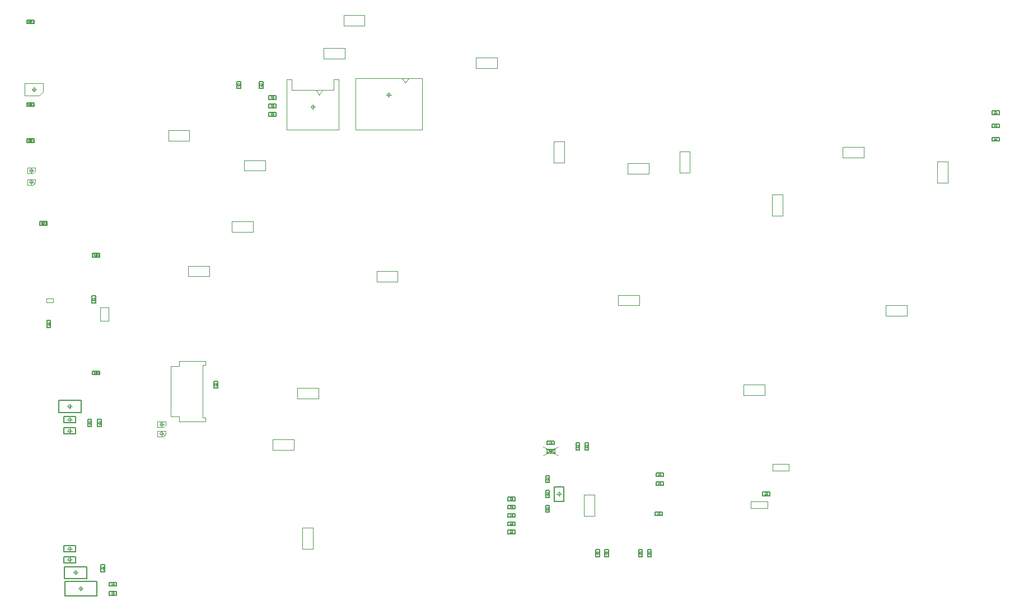
<source format=gbr>
%TF.GenerationSoftware,KiCad,Pcbnew,9.0.2*%
%TF.CreationDate,2025-05-17T09:42:04-04:00*%
%TF.ProjectId,mainBoard,6d61696e-426f-4617-9264-2e6b69636164,01*%
%TF.SameCoordinates,PX42c1d80PY2faf080*%
%TF.FileFunction,AssemblyDrawing,Bot*%
%FSLAX46Y46*%
G04 Gerber Fmt 4.6, Leading zero omitted, Abs format (unit mm)*
G04 Created by KiCad (PCBNEW 9.0.2) date 2025-05-17 09:42:04*
%MOMM*%
%LPD*%
G01*
G04 APERTURE LIST*
%ADD10C,0.050000*%
%ADD11C,0.150000*%
%ADD12C,0.100000*%
%ADD13C,0.120000*%
G04 APERTURE END LIST*
D10*
X13273809Y-60628709D02*
X13226190Y-60628709D01*
X13226190Y-60628709D02*
X13178571Y-60652519D01*
X13178571Y-60652519D02*
X13154761Y-60676328D01*
X13154761Y-60676328D02*
X13130952Y-60723947D01*
X13130952Y-60723947D02*
X13107142Y-60819185D01*
X13107142Y-60819185D02*
X13107142Y-60938233D01*
X13107142Y-60938233D02*
X13130952Y-61033471D01*
X13130952Y-61033471D02*
X13154761Y-61081090D01*
X13154761Y-61081090D02*
X13178571Y-61104900D01*
X13178571Y-61104900D02*
X13226190Y-61128709D01*
X13226190Y-61128709D02*
X13273809Y-61128709D01*
X13273809Y-61128709D02*
X13321428Y-61104900D01*
X13321428Y-61104900D02*
X13345237Y-61081090D01*
X13345237Y-61081090D02*
X13369047Y-61033471D01*
X13369047Y-61033471D02*
X13392856Y-60938233D01*
X13392856Y-60938233D02*
X13392856Y-60819185D01*
X13392856Y-60819185D02*
X13369047Y-60723947D01*
X13369047Y-60723947D02*
X13345237Y-60676328D01*
X13345237Y-60676328D02*
X13321428Y-60652519D01*
X13321428Y-60652519D02*
X13273809Y-60628709D01*
X12607143Y-61128709D02*
X12773809Y-60890614D01*
X12892857Y-61128709D02*
X12892857Y-60628709D01*
X12892857Y-60628709D02*
X12702381Y-60628709D01*
X12702381Y-60628709D02*
X12654762Y-60652519D01*
X12654762Y-60652519D02*
X12630952Y-60676328D01*
X12630952Y-60676328D02*
X12607143Y-60723947D01*
X12607143Y-60723947D02*
X12607143Y-60795376D01*
X12607143Y-60795376D02*
X12630952Y-60842995D01*
X12630952Y-60842995D02*
X12654762Y-60866804D01*
X12654762Y-60866804D02*
X12702381Y-60890614D01*
X12702381Y-60890614D02*
X12892857Y-60890614D01*
X3298809Y-7478709D02*
X3251190Y-7478709D01*
X3251190Y-7478709D02*
X3203571Y-7502519D01*
X3203571Y-7502519D02*
X3179761Y-7526328D01*
X3179761Y-7526328D02*
X3155952Y-7573947D01*
X3155952Y-7573947D02*
X3132142Y-7669185D01*
X3132142Y-7669185D02*
X3132142Y-7788233D01*
X3132142Y-7788233D02*
X3155952Y-7883471D01*
X3155952Y-7883471D02*
X3179761Y-7931090D01*
X3179761Y-7931090D02*
X3203571Y-7954900D01*
X3203571Y-7954900D02*
X3251190Y-7978709D01*
X3251190Y-7978709D02*
X3298809Y-7978709D01*
X3298809Y-7978709D02*
X3346428Y-7954900D01*
X3346428Y-7954900D02*
X3370237Y-7931090D01*
X3370237Y-7931090D02*
X3394047Y-7883471D01*
X3394047Y-7883471D02*
X3417856Y-7788233D01*
X3417856Y-7788233D02*
X3417856Y-7669185D01*
X3417856Y-7669185D02*
X3394047Y-7573947D01*
X3394047Y-7573947D02*
X3370237Y-7526328D01*
X3370237Y-7526328D02*
X3346428Y-7502519D01*
X3346428Y-7502519D02*
X3298809Y-7478709D01*
X2632143Y-7978709D02*
X2798809Y-7740614D01*
X2917857Y-7978709D02*
X2917857Y-7478709D01*
X2917857Y-7478709D02*
X2727381Y-7478709D01*
X2727381Y-7478709D02*
X2679762Y-7502519D01*
X2679762Y-7502519D02*
X2655952Y-7526328D01*
X2655952Y-7526328D02*
X2632143Y-7573947D01*
X2632143Y-7573947D02*
X2632143Y-7645376D01*
X2632143Y-7645376D02*
X2655952Y-7692995D01*
X2655952Y-7692995D02*
X2679762Y-7716804D01*
X2679762Y-7716804D02*
X2727381Y-7740614D01*
X2727381Y-7740614D02*
X2917857Y-7740614D01*
X3298809Y-19978709D02*
X3251190Y-19978709D01*
X3251190Y-19978709D02*
X3203571Y-20002519D01*
X3203571Y-20002519D02*
X3179761Y-20026328D01*
X3179761Y-20026328D02*
X3155952Y-20073947D01*
X3155952Y-20073947D02*
X3132142Y-20169185D01*
X3132142Y-20169185D02*
X3132142Y-20288233D01*
X3132142Y-20288233D02*
X3155952Y-20383471D01*
X3155952Y-20383471D02*
X3179761Y-20431090D01*
X3179761Y-20431090D02*
X3203571Y-20454900D01*
X3203571Y-20454900D02*
X3251190Y-20478709D01*
X3251190Y-20478709D02*
X3298809Y-20478709D01*
X3298809Y-20478709D02*
X3346428Y-20454900D01*
X3346428Y-20454900D02*
X3370237Y-20431090D01*
X3370237Y-20431090D02*
X3394047Y-20383471D01*
X3394047Y-20383471D02*
X3417856Y-20288233D01*
X3417856Y-20288233D02*
X3417856Y-20169185D01*
X3417856Y-20169185D02*
X3394047Y-20073947D01*
X3394047Y-20073947D02*
X3370237Y-20026328D01*
X3370237Y-20026328D02*
X3346428Y-20002519D01*
X3346428Y-20002519D02*
X3298809Y-19978709D01*
X2632143Y-20478709D02*
X2798809Y-20240614D01*
X2917857Y-20478709D02*
X2917857Y-19978709D01*
X2917857Y-19978709D02*
X2727381Y-19978709D01*
X2727381Y-19978709D02*
X2679762Y-20002519D01*
X2679762Y-20002519D02*
X2655952Y-20026328D01*
X2655952Y-20026328D02*
X2632143Y-20073947D01*
X2632143Y-20073947D02*
X2632143Y-20145376D01*
X2632143Y-20145376D02*
X2655952Y-20192995D01*
X2655952Y-20192995D02*
X2679762Y-20216804D01*
X2679762Y-20216804D02*
X2727381Y-20240614D01*
X2727381Y-20240614D02*
X2917857Y-20240614D01*
X3298809Y-25478709D02*
X3251190Y-25478709D01*
X3251190Y-25478709D02*
X3203571Y-25502519D01*
X3203571Y-25502519D02*
X3179761Y-25526328D01*
X3179761Y-25526328D02*
X3155952Y-25573947D01*
X3155952Y-25573947D02*
X3132142Y-25669185D01*
X3132142Y-25669185D02*
X3132142Y-25788233D01*
X3132142Y-25788233D02*
X3155952Y-25883471D01*
X3155952Y-25883471D02*
X3179761Y-25931090D01*
X3179761Y-25931090D02*
X3203571Y-25954900D01*
X3203571Y-25954900D02*
X3251190Y-25978709D01*
X3251190Y-25978709D02*
X3298809Y-25978709D01*
X3298809Y-25978709D02*
X3346428Y-25954900D01*
X3346428Y-25954900D02*
X3370237Y-25931090D01*
X3370237Y-25931090D02*
X3394047Y-25883471D01*
X3394047Y-25883471D02*
X3417856Y-25788233D01*
X3417856Y-25788233D02*
X3417856Y-25669185D01*
X3417856Y-25669185D02*
X3394047Y-25573947D01*
X3394047Y-25573947D02*
X3370237Y-25526328D01*
X3370237Y-25526328D02*
X3346428Y-25502519D01*
X3346428Y-25502519D02*
X3298809Y-25478709D01*
X2632143Y-25978709D02*
X2798809Y-25740614D01*
X2917857Y-25978709D02*
X2917857Y-25478709D01*
X2917857Y-25478709D02*
X2727381Y-25478709D01*
X2727381Y-25478709D02*
X2679762Y-25502519D01*
X2679762Y-25502519D02*
X2655952Y-25526328D01*
X2655952Y-25526328D02*
X2632143Y-25573947D01*
X2632143Y-25573947D02*
X2632143Y-25645376D01*
X2632143Y-25645376D02*
X2655952Y-25692995D01*
X2655952Y-25692995D02*
X2679762Y-25716804D01*
X2679762Y-25716804D02*
X2727381Y-25740614D01*
X2727381Y-25740614D02*
X2917857Y-25740614D01*
X13273809Y-42828709D02*
X13226190Y-42828709D01*
X13226190Y-42828709D02*
X13178571Y-42852519D01*
X13178571Y-42852519D02*
X13154761Y-42876328D01*
X13154761Y-42876328D02*
X13130952Y-42923947D01*
X13130952Y-42923947D02*
X13107142Y-43019185D01*
X13107142Y-43019185D02*
X13107142Y-43138233D01*
X13107142Y-43138233D02*
X13130952Y-43233471D01*
X13130952Y-43233471D02*
X13154761Y-43281090D01*
X13154761Y-43281090D02*
X13178571Y-43304900D01*
X13178571Y-43304900D02*
X13226190Y-43328709D01*
X13226190Y-43328709D02*
X13273809Y-43328709D01*
X13273809Y-43328709D02*
X13321428Y-43304900D01*
X13321428Y-43304900D02*
X13345237Y-43281090D01*
X13345237Y-43281090D02*
X13369047Y-43233471D01*
X13369047Y-43233471D02*
X13392856Y-43138233D01*
X13392856Y-43138233D02*
X13392856Y-43019185D01*
X13392856Y-43019185D02*
X13369047Y-42923947D01*
X13369047Y-42923947D02*
X13345237Y-42876328D01*
X13345237Y-42876328D02*
X13321428Y-42852519D01*
X13321428Y-42852519D02*
X13273809Y-42828709D01*
X12607143Y-43328709D02*
X12773809Y-43090614D01*
X12892857Y-43328709D02*
X12892857Y-42828709D01*
X12892857Y-42828709D02*
X12702381Y-42828709D01*
X12702381Y-42828709D02*
X12654762Y-42852519D01*
X12654762Y-42852519D02*
X12630952Y-42876328D01*
X12630952Y-42876328D02*
X12607143Y-42923947D01*
X12607143Y-42923947D02*
X12607143Y-42995376D01*
X12607143Y-42995376D02*
X12630952Y-43042995D01*
X12630952Y-43042995D02*
X12654762Y-43066804D01*
X12654762Y-43066804D02*
X12702381Y-43090614D01*
X12702381Y-43090614D02*
X12892857Y-43090614D01*
X5273809Y-37978709D02*
X5226190Y-37978709D01*
X5226190Y-37978709D02*
X5178571Y-38002519D01*
X5178571Y-38002519D02*
X5154761Y-38026328D01*
X5154761Y-38026328D02*
X5130952Y-38073947D01*
X5130952Y-38073947D02*
X5107142Y-38169185D01*
X5107142Y-38169185D02*
X5107142Y-38288233D01*
X5107142Y-38288233D02*
X5130952Y-38383471D01*
X5130952Y-38383471D02*
X5154761Y-38431090D01*
X5154761Y-38431090D02*
X5178571Y-38454900D01*
X5178571Y-38454900D02*
X5226190Y-38478709D01*
X5226190Y-38478709D02*
X5273809Y-38478709D01*
X5273809Y-38478709D02*
X5321428Y-38454900D01*
X5321428Y-38454900D02*
X5345237Y-38431090D01*
X5345237Y-38431090D02*
X5369047Y-38383471D01*
X5369047Y-38383471D02*
X5392856Y-38288233D01*
X5392856Y-38288233D02*
X5392856Y-38169185D01*
X5392856Y-38169185D02*
X5369047Y-38073947D01*
X5369047Y-38073947D02*
X5345237Y-38026328D01*
X5345237Y-38026328D02*
X5321428Y-38002519D01*
X5321428Y-38002519D02*
X5273809Y-37978709D01*
X4607143Y-38478709D02*
X4773809Y-38240614D01*
X4892857Y-38478709D02*
X4892857Y-37978709D01*
X4892857Y-37978709D02*
X4702381Y-37978709D01*
X4702381Y-37978709D02*
X4654762Y-38002519D01*
X4654762Y-38002519D02*
X4630952Y-38026328D01*
X4630952Y-38026328D02*
X4607143Y-38073947D01*
X4607143Y-38073947D02*
X4607143Y-38145376D01*
X4607143Y-38145376D02*
X4630952Y-38192995D01*
X4630952Y-38192995D02*
X4654762Y-38216804D01*
X4654762Y-38216804D02*
X4702381Y-38240614D01*
X4702381Y-38240614D02*
X4892857Y-38240614D01*
D11*
%TO.C,R1*%
X97650000Y-76050000D02*
X97650000Y-76600000D01*
X97650000Y-76600000D02*
X98750000Y-76600000D01*
D10*
X98200000Y-76603000D02*
X98200000Y-76047000D01*
X98478000Y-76325000D02*
X97922000Y-76325000D01*
D11*
X98750000Y-76050000D02*
X97650000Y-76050000D01*
X98750000Y-76600000D02*
X98750000Y-76050000D01*
D10*
X98408000Y-76325000D02*
G75*
G02*
X97992000Y-76325000I-208000J0D01*
G01*
X97992000Y-76325000D02*
G75*
G02*
X98408000Y-76325000I208000J0D01*
G01*
D11*
%TO.C,R57*%
X148450000Y-21225000D02*
X148450000Y-21775000D01*
X148450000Y-21775000D02*
X149550000Y-21775000D01*
D10*
X148722000Y-21500000D02*
X149278000Y-21500000D01*
X149000000Y-21222000D02*
X149000000Y-21778000D01*
D11*
X149550000Y-21225000D02*
X148450000Y-21225000D01*
X149550000Y-21775000D02*
X149550000Y-21225000D01*
D10*
X149208000Y-21500000D02*
G75*
G02*
X148792000Y-21500000I-208000J0D01*
G01*
X148792000Y-21500000D02*
G75*
G02*
X149208000Y-21500000I208000J0D01*
G01*
%TO.C,TP60*%
D12*
X30100000Y-44700000D02*
X26900000Y-44700000D01*
X26900000Y-46300000D01*
X30100000Y-46300000D01*
X30100000Y-44700000D01*
D10*
%TO.C,R8*%
X89897000Y-88200000D02*
X90453000Y-88200000D01*
D11*
X89900000Y-87650000D02*
X89900000Y-88750000D01*
X89900000Y-88750000D02*
X90450000Y-88750000D01*
D10*
X90175000Y-88478000D02*
X90175000Y-87922000D01*
D11*
X90450000Y-87650000D02*
X89900000Y-87650000D01*
X90450000Y-88750000D02*
X90450000Y-87650000D01*
D10*
X90383000Y-88200000D02*
G75*
G02*
X89967000Y-88200000I-208000J0D01*
G01*
X89967000Y-88200000D02*
G75*
G02*
X90383000Y-88200000I208000J0D01*
G01*
%TO.C,C58*%
X10325000Y-93600000D02*
X11025000Y-93600000D01*
X10675000Y-93250000D02*
X10675000Y-93950000D01*
D11*
X13075000Y-92500000D02*
X8275000Y-92500000D01*
X8275000Y-94700000D01*
X13075000Y-94700000D01*
X13075000Y-92500000D01*
D10*
X10925000Y-93600000D02*
G75*
G02*
X10425000Y-93600000I-250000J0D01*
G01*
X10425000Y-93600000D02*
G75*
G02*
X10925000Y-93600000I250000J0D01*
G01*
D11*
%TO.C,R52*%
X13225000Y-67950000D02*
X13225000Y-69050000D01*
X13225000Y-69050000D02*
X13775000Y-69050000D01*
D10*
X13500000Y-68222000D02*
X13500000Y-68778000D01*
D11*
X13775000Y-67950000D02*
X13225000Y-67950000D01*
X13775000Y-69050000D02*
X13775000Y-67950000D01*
D10*
X13778000Y-68500000D02*
X13222000Y-68500000D01*
X13708000Y-68500000D02*
G75*
G02*
X13292000Y-68500000I-208000J0D01*
G01*
X13292000Y-68500000D02*
G75*
G02*
X13708000Y-68500000I208000J0D01*
G01*
%TO.C,R4*%
X96397000Y-88200000D02*
X96953000Y-88200000D01*
D11*
X96400000Y-87650000D02*
X96400000Y-88750000D01*
X96400000Y-88750000D02*
X96950000Y-88750000D01*
D10*
X96675000Y-88478000D02*
X96675000Y-87922000D01*
D11*
X96950000Y-87650000D02*
X96400000Y-87650000D01*
X96950000Y-88750000D02*
X96950000Y-87650000D01*
D10*
X96883000Y-88200000D02*
G75*
G02*
X96467000Y-88200000I-208000J0D01*
G01*
X96467000Y-88200000D02*
G75*
G02*
X96883000Y-88200000I208000J0D01*
G01*
D11*
%TO.C,C52*%
X8125000Y-67525000D02*
X8125000Y-68475000D01*
X8125000Y-68475000D02*
X9875000Y-68475000D01*
D10*
X9000000Y-68350000D02*
X9000000Y-67650000D01*
X9350000Y-68000000D02*
X8650000Y-68000000D01*
D11*
X9875000Y-67525000D02*
X8125000Y-67525000D01*
X9875000Y-68475000D02*
X9875000Y-67525000D01*
D10*
X9250000Y-68000000D02*
G75*
G02*
X8750000Y-68000000I-250000J0D01*
G01*
X8750000Y-68000000D02*
G75*
G02*
X9250000Y-68000000I250000J0D01*
G01*
D11*
%TO.C,R31*%
X12450000Y-60625000D02*
X12450000Y-61175000D01*
X12450000Y-61175000D02*
X13550000Y-61175000D01*
D10*
X13000000Y-61178000D02*
X13000000Y-60622000D01*
X13278000Y-60900000D02*
X12722000Y-60900000D01*
D11*
X13550000Y-60625000D02*
X12450000Y-60625000D01*
X13550000Y-61175000D02*
X13550000Y-60625000D01*
D10*
X13208000Y-60900000D02*
G75*
G02*
X12792000Y-60900000I-208000J0D01*
G01*
X12792000Y-60900000D02*
G75*
G02*
X13208000Y-60900000I208000J0D01*
G01*
D11*
%TO.C,R79*%
X2475000Y-7475000D02*
X2475000Y-8025000D01*
X2475000Y-8025000D02*
X3575000Y-8025000D01*
D10*
X2747000Y-7750000D02*
X3303000Y-7750000D01*
X3025000Y-7472000D02*
X3025000Y-8028000D01*
D11*
X3575000Y-7475000D02*
X2475000Y-7475000D01*
X3575000Y-8025000D02*
X3575000Y-7475000D01*
D10*
X3233000Y-7750000D02*
G75*
G02*
X2817000Y-7750000I-208000J0D01*
G01*
X2817000Y-7750000D02*
G75*
G02*
X3233000Y-7750000I208000J0D01*
G01*
D11*
%TO.C,C56*%
X8125000Y-87075000D02*
X8125000Y-88025000D01*
X8125000Y-88025000D02*
X9875000Y-88025000D01*
D10*
X9000000Y-87900000D02*
X9000000Y-87200000D01*
X9350000Y-87550000D02*
X8650000Y-87550000D01*
D11*
X9875000Y-87075000D02*
X8125000Y-87075000D01*
X9875000Y-88025000D02*
X9875000Y-87075000D01*
D10*
X9250000Y-87550000D02*
G75*
G02*
X8750000Y-87550000I-250000J0D01*
G01*
X8750000Y-87550000D02*
G75*
G02*
X9250000Y-87550000I250000J0D01*
G01*
%TO.C,TP72*%
D12*
X23900000Y-25800000D02*
X27100000Y-25800000D01*
X27100000Y-24200000D01*
X23900000Y-24200000D01*
X23900000Y-25800000D01*
%TO.C,TP10*%
X132400000Y-52300000D02*
X135600000Y-52300000D01*
X135600000Y-50700000D01*
X132400000Y-50700000D01*
X132400000Y-52300000D01*
%TO.C,TP26*%
X35400000Y-30300000D02*
X38600000Y-30300000D01*
X38600000Y-28700000D01*
X35400000Y-28700000D01*
X35400000Y-30300000D01*
%TO.C,TP82*%
X50400000Y-8300000D02*
X53600000Y-8300000D01*
X53600000Y-6700000D01*
X50400000Y-6700000D01*
X50400000Y-8300000D01*
D11*
%TO.C,C20*%
X82275000Y-78150000D02*
X82275000Y-80350000D01*
X82275000Y-80350000D02*
X83725000Y-80350000D01*
D10*
X82650000Y-79250000D02*
X83350000Y-79250000D01*
X83000000Y-79600000D02*
X83000000Y-78900000D01*
D11*
X83725000Y-78150000D02*
X82275000Y-78150000D01*
X83725000Y-80350000D02*
X83725000Y-78150000D01*
D10*
X83250000Y-79250000D02*
G75*
G02*
X82750000Y-79250000I-250000J0D01*
G01*
X82750000Y-79250000D02*
G75*
G02*
X83250000Y-79250000I250000J0D01*
G01*
%TO.C,TP37*%
D12*
X33500000Y-39600000D02*
X36700000Y-39600000D01*
X36700000Y-38000000D01*
X33500000Y-38000000D01*
X33500000Y-39600000D01*
D11*
%TO.C,C54*%
X8200000Y-90250000D02*
X8200000Y-92050000D01*
X8200000Y-92050000D02*
X11600000Y-92050000D01*
D10*
X9900000Y-91500000D02*
X9900000Y-90800000D01*
X10250000Y-91150000D02*
X9550000Y-91150000D01*
D11*
X11600000Y-90250000D02*
X8200000Y-90250000D01*
X11600000Y-92050000D02*
X11600000Y-90250000D01*
D10*
X10150000Y-91150000D02*
G75*
G02*
X9650000Y-91150000I-250000J0D01*
G01*
X9650000Y-91150000D02*
G75*
G02*
X10150000Y-91150000I250000J0D01*
G01*
D11*
%TO.C,R28*%
X12375000Y-49250000D02*
X12375000Y-50350000D01*
X12375000Y-50350000D02*
X12925000Y-50350000D01*
D10*
X12650000Y-49522000D02*
X12650000Y-50078000D01*
D11*
X12925000Y-49250000D02*
X12375000Y-49250000D01*
X12925000Y-50350000D02*
X12925000Y-49250000D01*
D10*
X12928000Y-49800000D02*
X12372000Y-49800000D01*
X12858000Y-49800000D02*
G75*
G02*
X12442000Y-49800000I-208000J0D01*
G01*
X12442000Y-49800000D02*
G75*
G02*
X12858000Y-49800000I208000J0D01*
G01*
D11*
%TO.C,R2*%
X97650000Y-77400000D02*
X97650000Y-77950000D01*
X97650000Y-77950000D02*
X98750000Y-77950000D01*
D10*
X98200000Y-77953000D02*
X98200000Y-77397000D01*
X98478000Y-77675000D02*
X97922000Y-77675000D01*
D11*
X98750000Y-77400000D02*
X97650000Y-77400000D01*
X98750000Y-77950000D02*
X98750000Y-77400000D01*
D10*
X98408000Y-77675000D02*
G75*
G02*
X97992000Y-77675000I-208000J0D01*
G01*
X97992000Y-77675000D02*
G75*
G02*
X98408000Y-77675000I208000J0D01*
G01*
D11*
%TO.C,R85*%
X39100000Y-20200000D02*
X39100000Y-20750000D01*
X39100000Y-20750000D02*
X40200000Y-20750000D01*
D10*
X39650000Y-20753000D02*
X39650000Y-20197000D01*
X39928000Y-20475000D02*
X39372000Y-20475000D01*
D11*
X40200000Y-20200000D02*
X39100000Y-20200000D01*
X40200000Y-20750000D02*
X40200000Y-20200000D01*
D10*
X39858000Y-20475000D02*
G75*
G02*
X39442000Y-20475000I-208000J0D01*
G01*
X39442000Y-20475000D02*
G75*
G02*
X39858000Y-20475000I208000J0D01*
G01*
D11*
%TO.C,C107*%
X30825000Y-62175000D02*
X30825000Y-63225000D01*
X30825000Y-63225000D02*
X31375000Y-63225000D01*
D10*
X31100000Y-62422000D02*
X31100000Y-62978000D01*
D11*
X31375000Y-62175000D02*
X30825000Y-62175000D01*
X31375000Y-63225000D02*
X31375000Y-62175000D01*
D10*
X31378000Y-62700000D02*
X30822000Y-62700000D01*
X31308000Y-62700000D02*
G75*
G02*
X30892000Y-62700000I-208000J0D01*
G01*
X30892000Y-62700000D02*
G75*
G02*
X31308000Y-62700000I208000J0D01*
G01*
%TO.C,D7*%
D12*
X13625000Y-53000000D02*
X14875000Y-53000000D01*
X14875000Y-51000000D01*
X13625000Y-51000000D01*
X13625000Y-53000000D01*
D11*
%TO.C,R78*%
X2475000Y-19975000D02*
X2475000Y-20525000D01*
X2475000Y-20525000D02*
X3575000Y-20525000D01*
D10*
X2747000Y-20250000D02*
X3303000Y-20250000D01*
X3025000Y-19972000D02*
X3025000Y-20528000D01*
D11*
X3575000Y-19975000D02*
X2475000Y-19975000D01*
X3575000Y-20525000D02*
X3575000Y-19975000D01*
D10*
X3233000Y-20250000D02*
G75*
G02*
X2817000Y-20250000I-208000J0D01*
G01*
X2817000Y-20250000D02*
G75*
G02*
X3233000Y-20250000I208000J0D01*
G01*
%TO.C,D6*%
D12*
X6500000Y-49625000D02*
X5450000Y-49625000D01*
X5450000Y-50275000D01*
X6500000Y-50275000D01*
X6500000Y-49625000D01*
D11*
%TO.C,R83*%
X39100000Y-21475000D02*
X39100000Y-22025000D01*
X39100000Y-22025000D02*
X40200000Y-22025000D01*
D10*
X39372000Y-21750000D02*
X39928000Y-21750000D01*
X39650000Y-21472000D02*
X39650000Y-22028000D01*
D11*
X40200000Y-21475000D02*
X39100000Y-21475000D01*
X40200000Y-22025000D02*
X40200000Y-21475000D01*
D10*
X39858000Y-21750000D02*
G75*
G02*
X39442000Y-21750000I-208000J0D01*
G01*
X39442000Y-21750000D02*
G75*
G02*
X39858000Y-21750000I208000J0D01*
G01*
%TO.C,TP9*%
D12*
X115200000Y-33900000D02*
X116800000Y-33900000D01*
X116800000Y-37100000D01*
X115200000Y-37100000D01*
X115200000Y-33900000D01*
%TO.C,TP79*%
X47400000Y-13300000D02*
X50600000Y-13300000D01*
X50600000Y-11700000D01*
X47400000Y-11700000D01*
X47400000Y-13300000D01*
D11*
%TO.C,R17*%
X75250000Y-84725000D02*
X75250000Y-85275000D01*
X75250000Y-85275000D02*
X76350000Y-85275000D01*
D10*
X75522000Y-85000000D02*
X76078000Y-85000000D01*
X75800000Y-84722000D02*
X75800000Y-85278000D01*
D11*
X76350000Y-84725000D02*
X75250000Y-84725000D01*
X76350000Y-85275000D02*
X76350000Y-84725000D01*
D10*
X76008000Y-85000000D02*
G75*
G02*
X75592000Y-85000000I-208000J0D01*
G01*
X75592000Y-85000000D02*
G75*
G02*
X76008000Y-85000000I208000J0D01*
G01*
%TO.C,C6*%
X80972000Y-81500000D02*
X81528000Y-81500000D01*
D11*
X80975000Y-80975000D02*
X80975000Y-82025000D01*
X80975000Y-82025000D02*
X81525000Y-82025000D01*
D10*
X81250000Y-81778000D02*
X81250000Y-81222000D01*
D11*
X81525000Y-80975000D02*
X80975000Y-80975000D01*
X81525000Y-82025000D02*
X81525000Y-80975000D01*
D10*
X81458000Y-81500000D02*
G75*
G02*
X81042000Y-81500000I-208000J0D01*
G01*
X81042000Y-81500000D02*
G75*
G02*
X81458000Y-81500000I208000J0D01*
G01*
D12*
X81125000Y-72475000D02*
X81125000Y-73025000D01*
X81275000Y-73025000D02*
G75*
G02*
X81125000Y-73025000I-75000J0D01*
G01*
X81275000Y-73025000D02*
X81275000Y-72475000D01*
X81275000Y-72475000D02*
G75*
G03*
X81125000Y-72475000I-75000J0D01*
G01*
X81200000Y-73100000D02*
X82300000Y-73100000D01*
X82300000Y-72950000D02*
G75*
G02*
X82300000Y-73100000I0J-75000D01*
G01*
X82300000Y-72950000D02*
X81200000Y-72950000D01*
X81200000Y-72950000D02*
G75*
G03*
X81200000Y-73100000I0J-75000D01*
G01*
X81472000Y-72775000D02*
X82028000Y-72775000D01*
X82028000Y-72725000D02*
G75*
G02*
X82028000Y-72775000I0J-25000D01*
G01*
X82028000Y-72725000D02*
X81472000Y-72725000D01*
X81472000Y-72725000D02*
G75*
G03*
X81472000Y-72775000I0J-25000D01*
G01*
X81725000Y-72472000D02*
X81725000Y-73028000D01*
X81775000Y-73028000D02*
G75*
G02*
X81725000Y-73028000I-25000J0D01*
G01*
X81775000Y-73028000D02*
X81775000Y-72472000D01*
X81775000Y-72472000D02*
G75*
G03*
X81725000Y-72472000I-25000J0D01*
G01*
X82300000Y-72400000D02*
X81200000Y-72400000D01*
X81200000Y-72550000D02*
G75*
G02*
X81200000Y-72400000I0J75000D01*
G01*
X81200000Y-72550000D02*
X82300000Y-72550000D01*
X82300000Y-72550000D02*
G75*
G03*
X82300000Y-72400000I0J75000D01*
G01*
X82375000Y-73025000D02*
X82375000Y-72475000D01*
X82225000Y-72475000D02*
G75*
G02*
X82375000Y-72475000I75000J0D01*
G01*
X82225000Y-72475000D02*
X82225000Y-73025000D01*
X82225000Y-73025000D02*
G75*
G03*
X82375000Y-73025000I75000J0D01*
G01*
D10*
%TO.C,R12*%
D12*
X81983000Y-72750000D02*
G75*
G02*
X81517000Y-72750000I-233000J0D01*
G01*
X81517000Y-72750000D02*
G75*
G02*
X81983000Y-72750000I233000J0D01*
G01*
X81933000Y-72750000D02*
G75*
G02*
X81567000Y-72750000I-183000J0D01*
G01*
X81567000Y-72750000D02*
G75*
G02*
X81933000Y-72750000I183000J0D01*
G01*
D11*
%TO.C,R16*%
X97550000Y-81975000D02*
X97550000Y-82525000D01*
X97550000Y-82525000D02*
X98650000Y-82525000D01*
D10*
X97822000Y-82250000D02*
X98378000Y-82250000D01*
X98100000Y-81972000D02*
X98100000Y-82528000D01*
D11*
X98650000Y-81975000D02*
X97550000Y-81975000D01*
X98650000Y-82525000D02*
X98650000Y-81975000D01*
D10*
X98308000Y-82250000D02*
G75*
G02*
X97892000Y-82250000I-208000J0D01*
G01*
X97892000Y-82250000D02*
G75*
G02*
X98308000Y-82250000I208000J0D01*
G01*
%TO.C,TP36*%
D12*
X91900000Y-50700000D02*
X95100000Y-50700000D01*
X95100000Y-49100000D01*
X91900000Y-49100000D01*
X91900000Y-50700000D01*
D11*
%TO.C,C5*%
X80975000Y-76475000D02*
X80975000Y-77525000D01*
X80975000Y-77525000D02*
X81525000Y-77525000D01*
D10*
X81250000Y-76722000D02*
X81250000Y-77278000D01*
D11*
X81525000Y-76475000D02*
X80975000Y-76475000D01*
X81525000Y-77525000D02*
X81525000Y-76475000D01*
D10*
X81528000Y-77000000D02*
X80972000Y-77000000D01*
X81458000Y-77000000D02*
G75*
G02*
X81042000Y-77000000I-208000J0D01*
G01*
X81042000Y-77000000D02*
G75*
G02*
X81458000Y-77000000I208000J0D01*
G01*
%TO.C,J39*%
X57250000Y-18450000D02*
X57250000Y-19150000D01*
X57600000Y-18800000D02*
X56900000Y-18800000D01*
D12*
X59750000Y-16950000D02*
X59250000Y-16260000D01*
X60250000Y-16260000D02*
X59750000Y-16950000D01*
D13*
X62250000Y-16260000D02*
X52250000Y-16260000D01*
X52250000Y-24100000D01*
X62250000Y-24100000D01*
X62250000Y-16260000D01*
D10*
X57500000Y-18800000D02*
G75*
G02*
X57000000Y-18800000I-250000J0D01*
G01*
X57000000Y-18800000D02*
G75*
G02*
X57500000Y-18800000I250000J0D01*
G01*
%TO.C,C137*%
X37672000Y-17300000D02*
X38228000Y-17300000D01*
D11*
X37675000Y-16775000D02*
X37675000Y-17825000D01*
X37675000Y-17825000D02*
X38225000Y-17825000D01*
D10*
X37950000Y-17578000D02*
X37950000Y-17022000D01*
D11*
X38225000Y-16775000D02*
X37675000Y-16775000D01*
X38225000Y-17825000D02*
X38225000Y-16775000D01*
D10*
X38158000Y-17300000D02*
G75*
G02*
X37742000Y-17300000I-208000J0D01*
G01*
X37742000Y-17300000D02*
G75*
G02*
X38158000Y-17300000I208000J0D01*
G01*
D11*
%TO.C,R6*%
X85550000Y-71525000D02*
X85550000Y-72625000D01*
X85550000Y-72625000D02*
X86100000Y-72625000D01*
D10*
X85825000Y-71797000D02*
X85825000Y-72353000D01*
D11*
X86100000Y-71525000D02*
X85550000Y-71525000D01*
X86100000Y-72625000D02*
X86100000Y-71525000D01*
D10*
X86103000Y-72075000D02*
X85547000Y-72075000D01*
X86033000Y-72075000D02*
G75*
G02*
X85617000Y-72075000I-208000J0D01*
G01*
X85617000Y-72075000D02*
G75*
G02*
X86033000Y-72075000I208000J0D01*
G01*
D11*
%TO.C,C134*%
X34275000Y-16775000D02*
X34275000Y-17825000D01*
X34275000Y-17825000D02*
X34825000Y-17825000D01*
D10*
X34550000Y-17022000D02*
X34550000Y-17578000D01*
D11*
X34825000Y-16775000D02*
X34275000Y-16775000D01*
X34825000Y-17825000D02*
X34825000Y-16775000D01*
D10*
X34828000Y-17300000D02*
X34272000Y-17300000D01*
X34758000Y-17300000D02*
G75*
G02*
X34342000Y-17300000I-208000J0D01*
G01*
X34342000Y-17300000D02*
G75*
G02*
X34758000Y-17300000I208000J0D01*
G01*
%TO.C,TP58*%
D12*
X140200000Y-28900000D02*
X141800000Y-28900000D01*
X141800000Y-32100000D01*
X140200000Y-32100000D01*
X140200000Y-28900000D01*
%TO.C,TP47*%
X125900000Y-28300000D02*
X129100000Y-28300000D01*
X129100000Y-26700000D01*
X125900000Y-26700000D01*
X125900000Y-28300000D01*
D11*
%TO.C,R7*%
X86900000Y-71525000D02*
X86900000Y-72625000D01*
X86900000Y-72625000D02*
X87450000Y-72625000D01*
D10*
X87175000Y-71797000D02*
X87175000Y-72353000D01*
D11*
X87450000Y-71525000D02*
X86900000Y-71525000D01*
X87450000Y-72625000D02*
X87450000Y-71525000D01*
D10*
X87453000Y-72075000D02*
X86897000Y-72075000D01*
X87383000Y-72075000D02*
G75*
G02*
X86967000Y-72075000I-208000J0D01*
G01*
X86967000Y-72075000D02*
G75*
G02*
X87383000Y-72075000I208000J0D01*
G01*
D11*
%TO.C,R19*%
X75250000Y-83475000D02*
X75250000Y-84025000D01*
X75250000Y-84025000D02*
X76350000Y-84025000D01*
D10*
X75522000Y-83750000D02*
X76078000Y-83750000D01*
X75800000Y-83472000D02*
X75800000Y-84028000D01*
D11*
X76350000Y-83475000D02*
X75250000Y-83475000D01*
X76350000Y-84025000D02*
X76350000Y-83475000D01*
D10*
X76008000Y-83750000D02*
G75*
G02*
X75592000Y-83750000I-208000J0D01*
G01*
X75592000Y-83750000D02*
G75*
G02*
X76008000Y-83750000I208000J0D01*
G01*
%TO.C,R9*%
X88547000Y-88200000D02*
X89103000Y-88200000D01*
D11*
X88550000Y-87650000D02*
X88550000Y-88750000D01*
X88550000Y-88750000D02*
X89100000Y-88750000D01*
D10*
X88825000Y-88478000D02*
X88825000Y-87922000D01*
D11*
X89100000Y-87650000D02*
X88550000Y-87650000D01*
X89100000Y-88750000D02*
X89100000Y-87650000D01*
D10*
X89033000Y-88200000D02*
G75*
G02*
X88617000Y-88200000I-208000J0D01*
G01*
X88617000Y-88200000D02*
G75*
G02*
X89033000Y-88200000I208000J0D01*
G01*
D11*
%TO.C,R70*%
X2475000Y-25475000D02*
X2475000Y-26025000D01*
X2475000Y-26025000D02*
X3575000Y-26025000D01*
D10*
X2747000Y-25750000D02*
X3303000Y-25750000D01*
X3025000Y-25472000D02*
X3025000Y-26028000D01*
D11*
X3575000Y-25475000D02*
X2475000Y-25475000D01*
X3575000Y-26025000D02*
X3575000Y-25475000D01*
D10*
X3233000Y-25750000D02*
G75*
G02*
X2817000Y-25750000I-208000J0D01*
G01*
X2817000Y-25750000D02*
G75*
G02*
X3233000Y-25750000I208000J0D01*
G01*
D11*
%TO.C,R32*%
X12450000Y-42825000D02*
X12450000Y-43375000D01*
X12450000Y-43375000D02*
X13550000Y-43375000D01*
D10*
X13000000Y-43378000D02*
X13000000Y-42822000D01*
X13278000Y-43100000D02*
X12722000Y-43100000D01*
D11*
X13550000Y-42825000D02*
X12450000Y-42825000D01*
X13550000Y-43375000D02*
X13550000Y-42825000D01*
D10*
X13208000Y-43100000D02*
G75*
G02*
X12792000Y-43100000I-208000J0D01*
G01*
X12792000Y-43100000D02*
G75*
G02*
X13208000Y-43100000I208000J0D01*
G01*
D11*
%TO.C,R20*%
X75250000Y-80975000D02*
X75250000Y-81525000D01*
X75250000Y-81525000D02*
X76350000Y-81525000D01*
D10*
X75522000Y-81250000D02*
X76078000Y-81250000D01*
X75800000Y-80972000D02*
X75800000Y-81528000D01*
D11*
X76350000Y-80975000D02*
X75250000Y-80975000D01*
X76350000Y-81525000D02*
X76350000Y-80975000D01*
D10*
X76008000Y-81250000D02*
G75*
G02*
X75592000Y-81250000I-208000J0D01*
G01*
X75592000Y-81250000D02*
G75*
G02*
X76008000Y-81250000I208000J0D01*
G01*
D12*
%TO.C,J34*%
X24287500Y-59900000D02*
X24287500Y-67500000D01*
X25587500Y-59100000D02*
X25587500Y-59900000D01*
X25587500Y-59900000D02*
X24287500Y-59900000D01*
X25587500Y-67500000D02*
X24287500Y-67500000D01*
X25587500Y-68300000D02*
X25587500Y-67500000D01*
X29137500Y-59100000D02*
X25587500Y-59100000D01*
X29137500Y-59100000D02*
X29537500Y-59100000D01*
X29137500Y-59700000D02*
X29137500Y-67700000D01*
X29137500Y-67700000D02*
X29537500Y-67700000D01*
X29137500Y-68300000D02*
X25587500Y-68300000D01*
X29537500Y-59100000D02*
X29537500Y-59700000D01*
X29537500Y-59700000D02*
X29137500Y-59700000D01*
X29537500Y-67700000D02*
X29537500Y-68300000D01*
X29537500Y-68300000D02*
X29137500Y-68300000D01*
D10*
%TO.C,R50*%
X13722000Y-90500000D02*
X14278000Y-90500000D01*
D11*
X13725000Y-89950000D02*
X13725000Y-91050000D01*
X13725000Y-91050000D02*
X14275000Y-91050000D01*
D10*
X14000000Y-90778000D02*
X14000000Y-90222000D01*
D11*
X14275000Y-89950000D02*
X13725000Y-89950000D01*
X14275000Y-91050000D02*
X14275000Y-89950000D01*
D10*
X14208000Y-90500000D02*
G75*
G02*
X13792000Y-90500000I-208000J0D01*
G01*
X13792000Y-90500000D02*
G75*
G02*
X14208000Y-90500000I208000J0D01*
G01*
D13*
%TO.C,D31*%
X2200000Y-17050000D02*
X5000000Y-17050000D01*
X2200000Y-18950000D02*
X2200000Y-17050000D01*
D10*
X3250000Y-18000000D02*
X3950000Y-18000000D01*
X3600000Y-17650000D02*
X3600000Y-18350000D01*
D13*
X4400000Y-18950000D02*
X2200000Y-18950000D01*
X5000000Y-17050000D02*
X5000000Y-18350000D01*
X5000000Y-18350000D02*
X4400000Y-18950000D01*
D10*
X3850000Y-18000000D02*
G75*
G02*
X3350000Y-18000000I-250000J0D01*
G01*
X3350000Y-18000000D02*
G75*
G02*
X3850000Y-18000000I250000J0D01*
G01*
D12*
%TO.C,D24*%
X2575000Y-31575000D02*
X3825000Y-31575000D01*
X2575000Y-32425000D02*
X2575000Y-31575000D01*
D10*
X2850000Y-32000000D02*
X3550000Y-32000000D01*
X3200000Y-31650000D02*
X3200000Y-32350000D01*
D12*
X3450000Y-32425000D02*
X2575000Y-32425000D01*
X3825000Y-31575000D02*
X3825000Y-32050000D01*
X3825000Y-32050000D02*
X3450000Y-32425000D01*
D10*
X3450000Y-32000000D02*
G75*
G02*
X2950000Y-32000000I-250000J0D01*
G01*
X2950000Y-32000000D02*
G75*
G02*
X3450000Y-32000000I250000J0D01*
G01*
D11*
%TO.C,R18*%
X75250000Y-82225000D02*
X75250000Y-82775000D01*
X75250000Y-82775000D02*
X76350000Y-82775000D01*
D10*
X75522000Y-82500000D02*
X76078000Y-82500000D01*
X75800000Y-82222000D02*
X75800000Y-82778000D01*
D11*
X76350000Y-82225000D02*
X75250000Y-82225000D01*
X76350000Y-82775000D02*
X76350000Y-82225000D01*
D10*
X76008000Y-82500000D02*
G75*
G02*
X75592000Y-82500000I-208000J0D01*
G01*
X75592000Y-82500000D02*
G75*
G02*
X76008000Y-82500000I208000J0D01*
G01*
D12*
%TO.C,D25*%
X2575000Y-29875000D02*
X3825000Y-29875000D01*
X2575000Y-30725000D02*
X2575000Y-29875000D01*
D10*
X2850000Y-30300000D02*
X3550000Y-30300000D01*
X3200000Y-29950000D02*
X3200000Y-30650000D01*
D12*
X3450000Y-30725000D02*
X2575000Y-30725000D01*
X3825000Y-29875000D02*
X3825000Y-30350000D01*
X3825000Y-30350000D02*
X3450000Y-30725000D01*
D10*
X3450000Y-30300000D02*
G75*
G02*
X2950000Y-30300000I-250000J0D01*
G01*
X2950000Y-30300000D02*
G75*
G02*
X3450000Y-30300000I250000J0D01*
G01*
D11*
%TO.C,C33*%
X113800000Y-78975000D02*
X113800000Y-79525000D01*
X113800000Y-79525000D02*
X114850000Y-79525000D01*
D10*
X114047000Y-79250000D02*
X114603000Y-79250000D01*
X114325000Y-78972000D02*
X114325000Y-79528000D01*
D11*
X114850000Y-78975000D02*
X113800000Y-78975000D01*
X114850000Y-79525000D02*
X114850000Y-78975000D01*
D10*
X114533000Y-79250000D02*
G75*
G02*
X114117000Y-79250000I-208000J0D01*
G01*
X114117000Y-79250000D02*
G75*
G02*
X114533000Y-79250000I208000J0D01*
G01*
D11*
%TO.C,R69*%
X4450000Y-37975000D02*
X4450000Y-38525000D01*
X4450000Y-38525000D02*
X5550000Y-38525000D01*
D10*
X4722000Y-38250000D02*
X5278000Y-38250000D01*
X5000000Y-37972000D02*
X5000000Y-38528000D01*
D11*
X5550000Y-37975000D02*
X4450000Y-37975000D01*
X5550000Y-38525000D02*
X5550000Y-37975000D01*
D10*
X5208000Y-38250000D02*
G75*
G02*
X4792000Y-38250000I-208000J0D01*
G01*
X4792000Y-38250000D02*
G75*
G02*
X5208000Y-38250000I208000J0D01*
G01*
%TO.C,TP35*%
D12*
X114100000Y-62700000D02*
X110900000Y-62700000D01*
X110900000Y-64300000D01*
X114100000Y-64300000D01*
X114100000Y-62700000D01*
%TO.C,TP19*%
X43400000Y-64800000D02*
X46600000Y-64800000D01*
X46600000Y-63200000D01*
X43400000Y-63200000D01*
X43400000Y-64800000D01*
%TO.C,D5*%
X117775000Y-74750000D02*
X115275000Y-74750000D01*
X115275000Y-75750000D01*
X117775000Y-75750000D01*
X117775000Y-74750000D01*
%TO.C,TP59*%
X42900000Y-71000000D02*
X39700000Y-71000000D01*
X39700000Y-72600000D01*
X42900000Y-72600000D01*
X42900000Y-71000000D01*
%TO.C,TP71*%
X70400000Y-14800000D02*
X73600000Y-14800000D01*
X73600000Y-13200000D01*
X70400000Y-13200000D01*
X70400000Y-14800000D01*
D10*
%TO.C,C21*%
X80972000Y-79250000D02*
X81528000Y-79250000D01*
D11*
X80975000Y-78725000D02*
X80975000Y-79775000D01*
X80975000Y-79775000D02*
X81525000Y-79775000D01*
D10*
X81250000Y-79528000D02*
X81250000Y-78972000D01*
D11*
X81525000Y-78725000D02*
X80975000Y-78725000D01*
X81525000Y-79775000D02*
X81525000Y-78725000D01*
D10*
X81458000Y-79250000D02*
G75*
G02*
X81042000Y-79250000I-208000J0D01*
G01*
X81042000Y-79250000D02*
G75*
G02*
X81458000Y-79250000I208000J0D01*
G01*
%TO.C,R5*%
X95047000Y-88200000D02*
X95603000Y-88200000D01*
D11*
X95050000Y-87650000D02*
X95050000Y-88750000D01*
X95050000Y-88750000D02*
X95600000Y-88750000D01*
D10*
X95325000Y-88478000D02*
X95325000Y-87922000D01*
D11*
X95600000Y-87650000D02*
X95050000Y-87650000D01*
X95600000Y-88750000D02*
X95600000Y-87650000D01*
D10*
X95533000Y-88200000D02*
G75*
G02*
X95117000Y-88200000I-208000J0D01*
G01*
X95117000Y-88200000D02*
G75*
G02*
X95533000Y-88200000I208000J0D01*
G01*
%TO.C,TP57*%
D12*
X101200000Y-27400000D02*
X102800000Y-27400000D01*
X102800000Y-30600000D01*
X101200000Y-30600000D01*
X101200000Y-27400000D01*
%TO.C,D26*%
X22275000Y-68275000D02*
X23525000Y-68275000D01*
X22275000Y-69125000D02*
X22275000Y-68275000D01*
D10*
X22550000Y-68700000D02*
X23250000Y-68700000D01*
X22900000Y-68350000D02*
X22900000Y-69050000D01*
D12*
X23150000Y-69125000D02*
X22275000Y-69125000D01*
X23525000Y-68275000D02*
X23525000Y-68750000D01*
X23525000Y-68750000D02*
X23150000Y-69125000D01*
D10*
X23150000Y-68700000D02*
G75*
G02*
X22650000Y-68700000I-250000J0D01*
G01*
X22650000Y-68700000D02*
G75*
G02*
X23150000Y-68700000I250000J0D01*
G01*
D11*
%TO.C,R43*%
X15000000Y-92625000D02*
X15000000Y-93175000D01*
X15000000Y-93175000D02*
X16100000Y-93175000D01*
D10*
X15272000Y-92900000D02*
X15828000Y-92900000D01*
X15550000Y-92622000D02*
X15550000Y-93178000D01*
D11*
X16100000Y-92625000D02*
X15000000Y-92625000D01*
X16100000Y-93175000D02*
X16100000Y-92625000D01*
D10*
X15758000Y-92900000D02*
G75*
G02*
X15342000Y-92900000I-208000J0D01*
G01*
X15342000Y-92900000D02*
G75*
G02*
X15758000Y-92900000I208000J0D01*
G01*
D11*
%TO.C,C51*%
X7300000Y-65100000D02*
X7300000Y-66900000D01*
X7300000Y-66900000D02*
X10700000Y-66900000D01*
D10*
X9000000Y-66350000D02*
X9000000Y-65650000D01*
X9350000Y-66000000D02*
X8650000Y-66000000D01*
D11*
X10700000Y-65100000D02*
X7300000Y-65100000D01*
X10700000Y-66900000D02*
X10700000Y-65100000D01*
D10*
X9250000Y-66000000D02*
G75*
G02*
X8750000Y-66000000I-250000J0D01*
G01*
X8750000Y-66000000D02*
G75*
G02*
X9250000Y-66000000I250000J0D01*
G01*
D11*
%TO.C,R65*%
X148450000Y-25225000D02*
X148450000Y-25775000D01*
X148450000Y-25775000D02*
X149550000Y-25775000D01*
D10*
X148722000Y-25500000D02*
X149278000Y-25500000D01*
X149000000Y-25222000D02*
X149000000Y-25778000D01*
D11*
X149550000Y-25225000D02*
X148450000Y-25225000D01*
X149550000Y-25775000D02*
X149550000Y-25225000D01*
D10*
X149208000Y-25500000D02*
G75*
G02*
X148792000Y-25500000I-208000J0D01*
G01*
X148792000Y-25500000D02*
G75*
G02*
X149208000Y-25500000I208000J0D01*
G01*
D11*
%TO.C,R29*%
X5525000Y-52950000D02*
X5525000Y-54050000D01*
X5525000Y-54050000D02*
X6075000Y-54050000D01*
D10*
X5800000Y-53222000D02*
X5800000Y-53778000D01*
D11*
X6075000Y-52950000D02*
X5525000Y-52950000D01*
X6075000Y-54050000D02*
X6075000Y-52950000D01*
D10*
X6078000Y-53500000D02*
X5522000Y-53500000D01*
X6008000Y-53500000D02*
G75*
G02*
X5592000Y-53500000I-208000J0D01*
G01*
X5592000Y-53500000D02*
G75*
G02*
X6008000Y-53500000I208000J0D01*
G01*
D11*
%TO.C,R10*%
X81200000Y-71225000D02*
X81200000Y-71775000D01*
X81200000Y-71775000D02*
X82300000Y-71775000D01*
D10*
X81472000Y-71500000D02*
X82028000Y-71500000D01*
X81750000Y-71222000D02*
X81750000Y-71778000D01*
D11*
X82300000Y-71225000D02*
X81200000Y-71225000D01*
X82300000Y-71775000D02*
X82300000Y-71225000D01*
D10*
X81958000Y-71500000D02*
G75*
G02*
X81542000Y-71500000I-208000J0D01*
G01*
X81542000Y-71500000D02*
G75*
G02*
X81958000Y-71500000I208000J0D01*
G01*
D11*
%TO.C,R61*%
X148450000Y-23225000D02*
X148450000Y-23775000D01*
X148450000Y-23775000D02*
X149550000Y-23775000D01*
D10*
X148722000Y-23500000D02*
X149278000Y-23500000D01*
X149000000Y-23222000D02*
X149000000Y-23778000D01*
D11*
X149550000Y-23225000D02*
X148450000Y-23225000D01*
X149550000Y-23775000D02*
X149550000Y-23225000D01*
D10*
X149208000Y-23500000D02*
G75*
G02*
X148792000Y-23500000I-208000J0D01*
G01*
X148792000Y-23500000D02*
G75*
G02*
X149208000Y-23500000I208000J0D01*
G01*
%TO.C,TP27*%
D12*
X82200000Y-25900000D02*
X83800000Y-25900000D01*
X83800000Y-29100000D01*
X82200000Y-29100000D01*
X82200000Y-25900000D01*
D11*
%TO.C,C53*%
X8125000Y-69225000D02*
X8125000Y-70175000D01*
X8125000Y-70175000D02*
X9875000Y-70175000D01*
D10*
X9000000Y-70050000D02*
X9000000Y-69350000D01*
X9350000Y-69700000D02*
X8650000Y-69700000D01*
D11*
X9875000Y-69225000D02*
X8125000Y-69225000D01*
X9875000Y-70175000D02*
X9875000Y-69225000D01*
D10*
X9250000Y-69700000D02*
G75*
G02*
X8750000Y-69700000I-250000J0D01*
G01*
X8750000Y-69700000D02*
G75*
G02*
X9250000Y-69700000I250000J0D01*
G01*
%TO.C,TP73*%
D12*
X93400000Y-30800000D02*
X96600000Y-30800000D01*
X96600000Y-29200000D01*
X93400000Y-29200000D01*
X93400000Y-30800000D01*
D11*
%TO.C,R46*%
X15000000Y-94025000D02*
X15000000Y-94575000D01*
X15000000Y-94575000D02*
X16100000Y-94575000D01*
D10*
X15272000Y-94300000D02*
X15828000Y-94300000D01*
X15550000Y-94022000D02*
X15550000Y-94578000D01*
D11*
X16100000Y-94025000D02*
X15000000Y-94025000D01*
X16100000Y-94575000D02*
X16100000Y-94025000D01*
D10*
X15758000Y-94300000D02*
G75*
G02*
X15342000Y-94300000I-208000J0D01*
G01*
X15342000Y-94300000D02*
G75*
G02*
X15758000Y-94300000I208000J0D01*
G01*
%TO.C,TP48*%
D12*
X86800000Y-79400000D02*
X88400000Y-79400000D01*
X88400000Y-82600000D01*
X86800000Y-82600000D01*
X86800000Y-79400000D01*
%TO.C,D4*%
X112000000Y-81375000D02*
X114500000Y-81375000D01*
X114500000Y-80375000D01*
X112000000Y-80375000D01*
X112000000Y-81375000D01*
D11*
%TO.C,C55*%
X8125000Y-88725000D02*
X8125000Y-89675000D01*
X8125000Y-89675000D02*
X9875000Y-89675000D01*
D10*
X9000000Y-89550000D02*
X9000000Y-88850000D01*
X9350000Y-89200000D02*
X8650000Y-89200000D01*
D11*
X9875000Y-88725000D02*
X8125000Y-88725000D01*
X9875000Y-89675000D02*
X9875000Y-88725000D01*
D10*
X9250000Y-89200000D02*
G75*
G02*
X8750000Y-89200000I-250000J0D01*
G01*
X8750000Y-89200000D02*
G75*
G02*
X9250000Y-89200000I250000J0D01*
G01*
D11*
%TO.C,R51*%
X11725000Y-67950000D02*
X11725000Y-69050000D01*
X11725000Y-69050000D02*
X12275000Y-69050000D01*
D10*
X12000000Y-68222000D02*
X12000000Y-68778000D01*
D11*
X12275000Y-67950000D02*
X11725000Y-67950000D01*
X12275000Y-69050000D02*
X12275000Y-67950000D01*
D10*
X12278000Y-68500000D02*
X11722000Y-68500000D01*
X12208000Y-68500000D02*
G75*
G02*
X11792000Y-68500000I-208000J0D01*
G01*
X11792000Y-68500000D02*
G75*
G02*
X12208000Y-68500000I208000J0D01*
G01*
D12*
%TO.C,D27*%
X22275000Y-69675000D02*
X23525000Y-69675000D01*
X22275000Y-70525000D02*
X22275000Y-69675000D01*
D10*
X22550000Y-70100000D02*
X23250000Y-70100000D01*
X22900000Y-69750000D02*
X22900000Y-70450000D01*
D12*
X23150000Y-70525000D02*
X22275000Y-70525000D01*
X23525000Y-69675000D02*
X23525000Y-70150000D01*
X23525000Y-70150000D02*
X23150000Y-70525000D01*
D10*
X23150000Y-70100000D02*
G75*
G02*
X22650000Y-70100000I-250000J0D01*
G01*
X22650000Y-70100000D02*
G75*
G02*
X23150000Y-70100000I250000J0D01*
G01*
D11*
%TO.C,R21*%
X75250000Y-79725000D02*
X75250000Y-80275000D01*
X75250000Y-80275000D02*
X76350000Y-80275000D01*
D10*
X75522000Y-80000000D02*
X76078000Y-80000000D01*
X75800000Y-79722000D02*
X75800000Y-80278000D01*
D11*
X76350000Y-79725000D02*
X75250000Y-79725000D01*
X76350000Y-80275000D02*
X76350000Y-79725000D01*
D10*
X76008000Y-80000000D02*
G75*
G02*
X75592000Y-80000000I-208000J0D01*
G01*
X75592000Y-80000000D02*
G75*
G02*
X76008000Y-80000000I208000J0D01*
G01*
%TO.C,TP50*%
D12*
X44200000Y-84400000D02*
X45800000Y-84400000D01*
X45800000Y-87600000D01*
X44200000Y-87600000D01*
X44200000Y-84400000D01*
%TO.C,J38*%
X41800000Y-16500000D02*
X41800000Y-24100000D01*
X42600000Y-16500000D02*
X41800000Y-16500000D01*
X42600000Y-18100000D02*
X42600000Y-16500000D01*
D10*
X45750000Y-20300000D02*
X45750000Y-21000000D01*
X46100000Y-20650000D02*
X45400000Y-20650000D01*
D12*
X46750000Y-18807107D02*
X46250000Y-18100000D01*
X47250000Y-18100000D02*
X46750000Y-18807107D01*
X48900000Y-16500000D02*
X48900000Y-18100000D01*
X48900000Y-18100000D02*
X42600000Y-18100000D01*
X49700000Y-16500000D02*
X48900000Y-16500000D01*
X49700000Y-16500000D02*
X49700000Y-24100000D01*
X49700000Y-24100000D02*
X41800000Y-24100000D01*
D10*
X46000000Y-20650000D02*
G75*
G02*
X45500000Y-20650000I-250000J0D01*
G01*
X45500000Y-20650000D02*
G75*
G02*
X46000000Y-20650000I250000J0D01*
G01*
%TO.C,TP49*%
D12*
X55400000Y-47100000D02*
X58600000Y-47100000D01*
X58600000Y-45500000D01*
X55400000Y-45500000D01*
X55400000Y-47100000D01*
D11*
%TO.C,R80*%
X39100000Y-18925000D02*
X39100000Y-19475000D01*
X39100000Y-19475000D02*
X40200000Y-19475000D01*
D10*
X39650000Y-19478000D02*
X39650000Y-18922000D01*
X39928000Y-19200000D02*
X39372000Y-19200000D01*
D11*
X40200000Y-18925000D02*
X39100000Y-18925000D01*
X40200000Y-19475000D02*
X40200000Y-18925000D01*
D10*
X39858000Y-19200000D02*
G75*
G02*
X39442000Y-19200000I-208000J0D01*
G01*
X39442000Y-19200000D02*
G75*
G02*
X39858000Y-19200000I208000J0D01*
G01*
%TD*%
D12*
X80600000Y-72100000D02*
X82900000Y-73400000D01*
X80600000Y-73400000D02*
X82900000Y-72100000D01*
M02*

</source>
